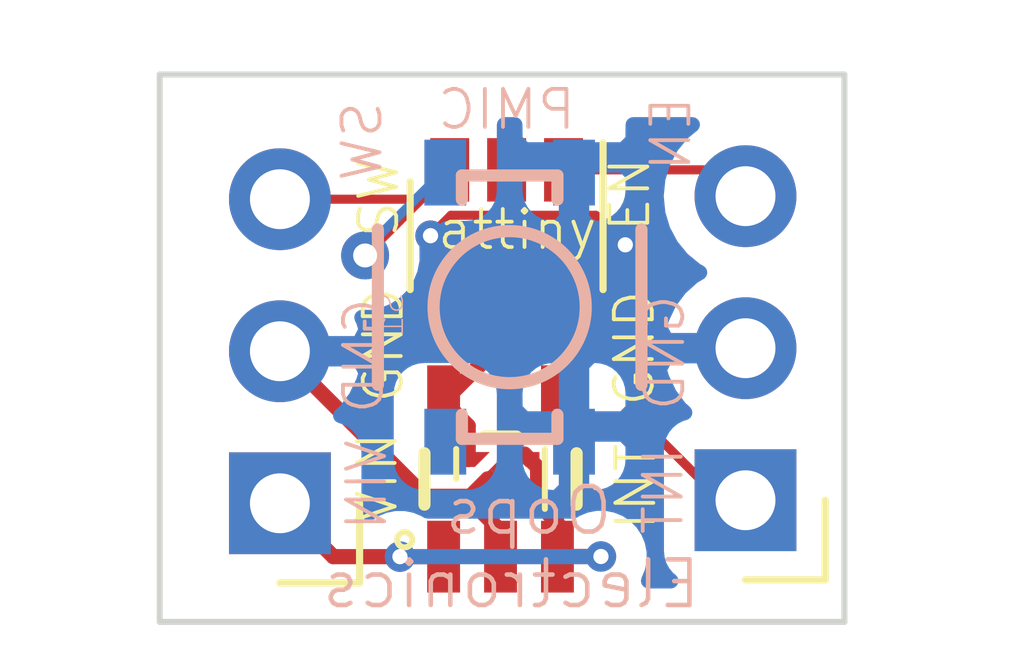
<source format=kicad_pcb>
(kicad_pcb (version 20171130) (host pcbnew "(5.1.4)-1")

  (general
    (thickness 1.6)
    (drawings 19)
    (tracks 51)
    (zones 0)
    (modules 6)
    (nets 7)
  )

  (page A4)
  (layers
    (0 Top signal)
    (31 Bottom signal)
    (32 B.Adhes user)
    (33 F.Adhes user)
    (34 B.Paste user)
    (35 F.Paste user)
    (36 B.SilkS user)
    (37 F.SilkS user)
    (38 B.Mask user)
    (39 F.Mask user)
    (40 Dwgs.User user)
    (41 Cmts.User user)
    (42 Eco1.User user)
    (43 Eco2.User user)
    (44 Edge.Cuts user)
    (45 Margin user)
    (46 B.CrtYd user)
    (47 F.CrtYd user)
    (48 B.Fab user)
    (49 F.Fab user)
  )

  (setup
    (last_trace_width 0.1524)
    (user_trace_width 0.1524)
    (user_trace_width 0.2032)
    (user_trace_width 0.254)
    (user_trace_width 0.3048)
    (user_trace_width 0.3556)
    (user_trace_width 0.4064)
    (user_trace_width 0.508)
    (user_trace_width 0.6096)
    (user_trace_width 0.762)
    (trace_clearance 0.1524)
    (zone_clearance 0.508)
    (zone_45_only no)
    (trace_min 0.1524)
    (via_size 0.8)
    (via_drill 0.4)
    (via_min_size 0.254)
    (via_min_drill 0.254)
    (user_via 0.508 0.254)
    (uvia_size 0.3)
    (uvia_drill 0.1)
    (uvias_allowed no)
    (uvia_min_size 0.2)
    (uvia_min_drill 0.1)
    (edge_width 0.1)
    (segment_width 0.2)
    (pcb_text_width 0.3)
    (pcb_text_size 1.5 1.5)
    (mod_edge_width 0.15)
    (mod_text_size 1 1)
    (mod_text_width 0.15)
    (pad_size 1.524 1.524)
    (pad_drill 0.762)
    (pad_to_mask_clearance 0.051)
    (solder_mask_min_width 0.25)
    (aux_axis_origin 0 0)
    (visible_elements 7FFFFFFF)
    (pcbplotparams
      (layerselection 0x010fc_ffffffff)
      (usegerberextensions false)
      (usegerberattributes false)
      (usegerberadvancedattributes false)
      (creategerberjobfile false)
      (excludeedgelayer true)
      (linewidth 0.100000)
      (plotframeref false)
      (viasonmask false)
      (mode 1)
      (useauxorigin false)
      (hpglpennumber 1)
      (hpglpenspeed 20)
      (hpglpendiameter 15.000000)
      (psnegative false)
      (psa4output false)
      (plotreference true)
      (plotvalue true)
      (plotinvisibletext false)
      (padsonsilk false)
      (subtractmaskfromsilk false)
      (outputformat 1)
      (mirror false)
      (drillshape 1)
      (scaleselection 1)
      (outputdirectory ""))
  )

  (net 0 "")
  (net 1 /SW)
  (net 2 /GND)
  (net 3 /VIN)
  (net 4 /LDO_EN)
  (net 5 /SW_INT)
  (net 6 /SW2v5)

  (net_class Default "This is the default net class."
    (clearance 0.1524)
    (trace_width 0.1524)
    (via_dia 0.8)
    (via_drill 0.4)
    (uvia_dia 0.3)
    (uvia_drill 0.1)
    (add_net /GND)
    (add_net /LDO_EN)
    (add_net /SW)
    (add_net /SW2v5)
    (add_net /SW_INT)
    (add_net /VIN)
  )

  (module JohnLibrary:john-SOT23-5 (layer Top) (tedit 5CA75596) (tstamp 5EBB1667)
    (at 135.9916 93.3704)
    (descr "SMALL OUTLINE TRANSISTOR")
    (tags "SMALL OUTLINE TRANSISTOR")
    (path /5EBB3068)
    (attr smd)
    (fp_text reference U3 (at 0.127 -2.3622) (layer F.SilkS) hide
      (effects (font (size 0.4064 0.4064) (thickness 0.0254)))
    )
    (fp_text value MIC5504-3.3 (at 0.2667 -0.0127) (layer F.SilkS) hide
      (effects (font (size 0.4064 0.4064) (thickness 0.0254)))
    )
    (fp_circle (center -1.6002 1.016) (end -1.6002 0.889) (layer F.SilkS) (width 0.1))
    (fp_line (start -1.39954 -0.79756) (end -1.39954 0.79756) (layer Dwgs.User) (width 0.1524))
    (fp_line (start 1.39954 -0.79756) (end 1.39954 0.79756) (layer Dwgs.User) (width 0.1524))
    (fp_line (start -0.2667 -0.70866) (end 0.2667 -0.70866) (layer F.SilkS) (width 0.2032))
    (fp_line (start -1.39954 -0.79756) (end 1.39954 -0.79756) (layer Dwgs.User) (width 0.1524))
    (fp_line (start -1.27 0.42926) (end -1.27 -0.42926) (layer F.SilkS) (width 0.2032))
    (fp_line (start 1.39954 0.79756) (end -1.39954 0.79756) (layer Dwgs.User) (width 0.1524))
    (fp_line (start 1.27 -0.42926) (end 1.27 0.42926) (layer F.SilkS) (width 0.2032))
    (fp_line (start -1.19888 -0.84836) (end -1.19888 -1.4986) (layer Dwgs.User) (width 0.06604))
    (fp_line (start -1.19888 -1.4986) (end -0.6985 -1.4986) (layer Dwgs.User) (width 0.06604))
    (fp_line (start -0.6985 -0.84836) (end -0.6985 -1.4986) (layer Dwgs.User) (width 0.06604))
    (fp_line (start -1.19888 -0.84836) (end -0.6985 -0.84836) (layer Dwgs.User) (width 0.06604))
    (fp_line (start 0.6985 -0.84836) (end 0.6985 -1.4986) (layer Dwgs.User) (width 0.06604))
    (fp_line (start 0.6985 -1.4986) (end 1.19888 -1.4986) (layer Dwgs.User) (width 0.06604))
    (fp_line (start 1.19888 -0.84836) (end 1.19888 -1.4986) (layer Dwgs.User) (width 0.06604))
    (fp_line (start 0.6985 -0.84836) (end 1.19888 -0.84836) (layer Dwgs.User) (width 0.06604))
    (fp_line (start 0.6985 1.4986) (end 0.6985 0.84836) (layer Dwgs.User) (width 0.06604))
    (fp_line (start 0.6985 0.84836) (end 1.19888 0.84836) (layer Dwgs.User) (width 0.06604))
    (fp_line (start 1.19888 1.4986) (end 1.19888 0.84836) (layer Dwgs.User) (width 0.06604))
    (fp_line (start 0.6985 1.4986) (end 1.19888 1.4986) (layer Dwgs.User) (width 0.06604))
    (fp_line (start -0.24892 1.4986) (end -0.24892 0.84836) (layer Dwgs.User) (width 0.06604))
    (fp_line (start -0.24892 0.84836) (end 0.24892 0.84836) (layer Dwgs.User) (width 0.06604))
    (fp_line (start 0.24892 1.4986) (end 0.24892 0.84836) (layer Dwgs.User) (width 0.06604))
    (fp_line (start -0.24892 1.4986) (end 0.24892 1.4986) (layer Dwgs.User) (width 0.06604))
    (fp_line (start -1.19888 1.4986) (end -1.19888 0.84836) (layer Dwgs.User) (width 0.06604))
    (fp_line (start -1.19888 0.84836) (end -0.6985 0.84836) (layer Dwgs.User) (width 0.06604))
    (fp_line (start -0.6985 1.4986) (end -0.6985 0.84836) (layer Dwgs.User) (width 0.06604))
    (fp_line (start -1.19888 1.4986) (end -0.6985 1.4986) (layer Dwgs.User) (width 0.06604))
    (pad 5 smd rect (at -0.94996 -1.29794) (size 0.54864 1.19888) (layers Top F.Paste F.Mask)
      (net 6 /SW2v5))
    (pad 4 smd rect (at 0.94996 -1.29794) (size 0.54864 1.19888) (layers Top F.Paste F.Mask))
    (pad 3 smd rect (at 0.94996 1.29794) (size 0.54864 1.19888) (layers Top F.Paste F.Mask)
      (net 3 /VIN))
    (pad 2 smd rect (at 0 1.29794) (size 0.54864 1.19888) (layers Top F.Paste F.Mask)
      (net 2 /GND))
    (pad 1 smd rect (at -0.94996 1.29794) (size 0.54864 1.19888) (layers Top F.Paste F.Mask)
      (net 3 /VIN))
    (model ${KISYS3DMOD}/Package_TO_SOT_SMD.3dshapes/SOT-23-5.step
      (at (xyz 0 0 0))
      (scale (xyz 1 1 1))
      (rotate (xyz 0 0 -90))
    )
  )

  (module Package_DFN_QFN:UDFN-4_1x1mm_P0.65mm (layer Top) (tedit 5A02F385) (tstamp 5EBB131C)
    (at 135.9916 93.3704)
    (descr UDFN-4_1x1mm_P0.65mm)
    (tags UDFN-4_1x1mm_P0.65mm)
    (path /5EBB1F73)
    (attr smd)
    (fp_text reference U1 (at 1.8034 -0.3048 90) (layer F.SilkS) hide
      (effects (font (size 1 1) (thickness 0.15)))
    )
    (fp_text value TCR3UM18ALF (at 0.47 2.34) (layer F.Fab)
      (effects (font (size 1 1) (thickness 0.15)))
    )
    (fp_text user %R (at 0.04 0.08) (layer F.Fab)
      (effects (font (size 0.25 0.25) (thickness 0.025)))
    )
    (fp_line (start 0.5 -0.5) (end 0.5 0.5) (layer F.Fab) (width 0.1))
    (fp_line (start -0.12 -0.5) (end 0.5 -0.5) (layer F.Fab) (width 0.1))
    (fp_line (start -0.5 0.5) (end -0.5 -0.12) (layer F.Fab) (width 0.1))
    (fp_line (start 0.5 0.5) (end -0.5 0.5) (layer F.Fab) (width 0.1))
    (fp_line (start -0.12 -0.5) (end -0.5 -0.12) (layer F.Fab) (width 0.1))
    (fp_line (start -1.5 1.5) (end -1.5 -1.5) (layer F.CrtYd) (width 0.05))
    (fp_line (start 1.5 1.5) (end -1.5 1.5) (layer F.CrtYd) (width 0.05))
    (fp_line (start 1.5 -1.5) (end 1.5 1.5) (layer F.CrtYd) (width 0.05))
    (fp_line (start -1.5 -1.5) (end 1.5 -1.5) (layer F.CrtYd) (width 0.05))
    (fp_line (start -0.74 -0.5) (end -0.74 0) (layer F.SilkS) (width 0.1))
    (fp_line (start 0.74 -0.5) (end 0.74 0.5) (layer F.SilkS) (width 0.1))
    (pad 2 smd rect (at -0.345 0.415 90) (size 0.07 0.19) (layers Top F.Paste F.Mask)
      (net 2 /GND))
    (pad 2 smd trapezoid (at -0.43 0.29 90) (size 0.18 0.18) (rect_delta 0.1799 0 ) (layers Top F.Paste F.Mask)
      (net 2 /GND))
    (pad 1 smd trapezoid (at -0.43 -0.3 180) (size 0.2 0.2) (rect_delta 0 0.19999 ) (layers Top F.Paste F.Mask)
      (net 6 /SW2v5))
    (pad 2 smd rect (at -0.54 0.325 270) (size 0.25 0.22) (layers Top F.Paste F.Mask)
      (net 2 /GND))
    (pad 5 smd rect (at 0 0.17 315) (size 0.24 0.24) (layers Top F.Paste F.Mask)
      (net 2 /GND))
    (pad 1 smd rect (at -0.54 -0.325 270) (size 0.25 0.22) (layers Top F.Paste F.Mask)
      (net 6 /SW2v5))
    (pad 4 smd rect (at 0.54 -0.325 270) (size 0.25 0.22) (layers Top F.Paste F.Mask)
      (net 3 /VIN))
    (pad 4 smd trapezoid (at 0.425 -0.29 270) (size 0.18 0.18) (rect_delta 0.1799 0 ) (layers Top F.Paste F.Mask)
      (net 3 /VIN))
    (pad 4 smd rect (at 0.34 -0.415 90) (size 0.07 0.19) (layers Top F.Paste F.Mask)
      (net 3 /VIN))
    (pad 3 smd rect (at 0.54 0.325 270) (size 0.25 0.22) (layers Top F.Paste F.Mask)
      (net 3 /VIN))
    (pad 3 smd trapezoid (at 0.43 0.29) (size 0.18 0.18) (rect_delta 0 0.17999 ) (layers Top F.Paste F.Mask)
      (net 3 /VIN))
    (pad 1 smd trapezoid (at -0.38 -0.35 180) (size 0.2 0.2) (rect_delta 0 0.19999 ) (layers Top F.Paste F.Mask)
      (net 6 /SW2v5))
    (pad 3 smd rect (at 0.345 0.415 90) (size 0.07 0.19) (layers Top F.Paste F.Mask)
      (net 3 /VIN))
    (pad 5 smd rect (at 0.17 0 315) (size 0.24 0.24) (layers Top F.Paste F.Mask)
      (net 2 /GND))
    (pad 5 smd rect (at -0.17 0 315) (size 0.24 0.24) (layers Top F.Paste F.Mask)
      (net 2 /GND))
    (pad 5 smd rect (at 0 -0.17 315) (size 0.24 0.24) (layers Top F.Paste F.Mask)
      (net 2 /GND))
    (model ${KISYS3DMOD}/Package_DFN_QFN.3dshapes/UDFN-4_1x1mm_P0.65mm.wrl
      (at (xyz 0 0 0))
      (scale (xyz 1 1 1))
      (rotate (xyz 0 0 0))
    )
  )

  (module JohnLibrary:john-TACTILE_SWITCH_SMD-4 (layer Bottom) (tedit 5EA2F5AB) (tstamp 5EBB0E55)
    (at 136.144 90.5002 270)
    (path /5EBAD348)
    (attr smd)
    (fp_text reference S1 (at 0.127 1.9812 270) (layer B.SilkS)
      (effects (font (size 0.4064 0.4064) (thickness 0.0254)) (justify mirror))
    )
    (fp_text value PTS810 (at 0.3302 -1.8288 270) (layer B.SilkS) hide
      (effects (font (size 0.4064 0.4064) (thickness 0.0254)) (justify mirror))
    )
    (fp_circle (center 0 0) (end 0 1.27) (layer B.SilkS) (width 0.2032))
    (fp_line (start -1.79832 -0.79756) (end -2.19964 -0.79756) (layer B.SilkS) (width 0.2032))
    (fp_line (start -1.79832 0.79756) (end -2.19964 0.79756) (layer B.SilkS) (width 0.2032))
    (fp_line (start 2.19964 -0.79756) (end 1.79832 -0.79756) (layer B.SilkS) (width 0.2032))
    (fp_line (start 2.19964 0.79756) (end 1.79832 0.79756) (layer B.SilkS) (width 0.2032))
    (fp_line (start -1.29794 -2.19964) (end 1.29794 -2.19964) (layer B.SilkS) (width 0.2032))
    (fp_line (start 2.19964 -0.79756) (end 2.19964 0.79756) (layer B.SilkS) (width 0.2032))
    (fp_line (start 1.29794 2.19964) (end -1.29794 2.19964) (layer B.SilkS) (width 0.2032))
    (fp_line (start -2.19964 0.79756) (end -2.19964 -0.79756) (layer B.SilkS) (width 0.2032))
    (fp_line (start -2.2479 -2.2479) (end -2.2479 2.2479) (layer Dwgs.User) (width 0.127))
    (fp_line (start 2.2479 -2.2479) (end -2.2479 -2.2479) (layer Dwgs.User) (width 0.127))
    (fp_line (start 2.2479 2.2479) (end 2.2479 -2.2479) (layer Dwgs.User) (width 0.127))
    (fp_line (start -2.2479 2.2479) (end 2.2479 2.2479) (layer Dwgs.User) (width 0.127))
    (fp_line (start 1.905 -0.2286) (end 1.905 -1.11252) (layer Dwgs.User) (width 0.127))
    (fp_line (start 1.905 0.4445) (end 2.159 -0.00762) (layer Dwgs.User) (width 0.127))
    (fp_line (start 1.905 1.27) (end 1.905 0.4445) (layer Dwgs.User) (width 0.127))
    (pad B2 smd rect (at 2.2479 -1.07442 270) (size 1.09982 0.6985) (layers Bottom B.Paste B.Mask)
      (net 2 /GND))
    (pad B1 smd rect (at -2.2479 -1.07442 270) (size 1.09982 0.6985) (layers Bottom B.Paste B.Mask)
      (net 2 /GND))
    (pad A2 smd rect (at 2.2479 1.07442 270) (size 1.09982 0.6985) (layers Bottom B.Paste B.Mask)
      (net 1 /SW))
    (pad A1 smd rect (at -2.2479 1.07442 270) (size 1.09982 0.6985) (layers Bottom B.Paste B.Mask)
      (net 1 /SW))
    (model ${PERSONAL3DMOD}/2pts810.step
      (at (xyz 0 0 0))
      (scale (xyz 1 1 1))
      (rotate (xyz 0 0 0))
    )
  )

  (module Package_TO_SOT_SMD:SOT-23-6 (layer Top) (tedit 5A02FF57) (tstamp 5E8A575E)
    (at 136.0932 89.3064 270)
    (descr "6-pin SOT-23 package")
    (tags SOT-23-6)
    (path /5E8F1EF9)
    (attr smd)
    (fp_text reference U2 (at 0 -2.9 90) (layer F.SilkS) hide
      (effects (font (size 1 1) (thickness 0.15)))
    )
    (fp_text value ATtiny10-TS (at 0 2.9 135) (layer F.Fab)
      (effects (font (size 1 1) (thickness 0.15)))
    )
    (fp_text user %R (at 0 0) (layer F.Fab)
      (effects (font (size 0.5 0.5) (thickness 0.075)))
    )
    (fp_line (start -0.9 1.61) (end 0.9 1.61) (layer F.SilkS) (width 0.12))
    (fp_line (start 0.9 -1.61) (end -1.55 -1.61) (layer F.SilkS) (width 0.12))
    (fp_line (start 1.9 -1.8) (end -1.9 -1.8) (layer F.CrtYd) (width 0.05))
    (fp_line (start 1.9 1.8) (end 1.9 -1.8) (layer F.CrtYd) (width 0.05))
    (fp_line (start -1.9 1.8) (end 1.9 1.8) (layer F.CrtYd) (width 0.05))
    (fp_line (start -1.9 -1.8) (end -1.9 1.8) (layer F.CrtYd) (width 0.05))
    (fp_line (start -0.9 -0.9) (end -0.25 -1.55) (layer F.Fab) (width 0.1))
    (fp_line (start 0.9 -1.55) (end -0.25 -1.55) (layer F.Fab) (width 0.1))
    (fp_line (start -0.9 -0.9) (end -0.9 1.55) (layer F.Fab) (width 0.1))
    (fp_line (start 0.9 1.55) (end -0.9 1.55) (layer F.Fab) (width 0.1))
    (fp_line (start 0.9 -1.55) (end 0.9 1.55) (layer F.Fab) (width 0.1))
    (pad 1 smd rect (at -1.1 -0.95 270) (size 1.06 0.65) (layers Top F.Paste F.Mask)
      (net 4 /LDO_EN))
    (pad 2 smd rect (at -1.1 0 270) (size 1.06 0.65) (layers Top F.Paste F.Mask)
      (net 2 /GND))
    (pad 3 smd rect (at -1.1 0.95 270) (size 1.06 0.65) (layers Top F.Paste F.Mask)
      (net 1 /SW))
    (pad 4 smd rect (at 1.1 0.95 270) (size 1.06 0.65) (layers Top F.Paste F.Mask)
      (net 5 /SW_INT))
    (pad 6 smd rect (at 1.1 -0.95 270) (size 1.06 0.65) (layers Top F.Paste F.Mask))
    (pad 5 smd rect (at 1.1 0 270) (size 1.06 0.65) (layers Top F.Paste F.Mask)
      (net 6 /SW2v5))
    (model ${KISYS3DMOD}/Package_TO_SOT_SMD.3dshapes/SOT-23-6.wrl
      (at (xyz 0 0 0))
      (scale (xyz 1 1 1))
      (rotate (xyz 0 0 0))
    )
  )

  (module Connector_PinHeader_2.54mm:PinHeader_1x03_P2.54mm_Vertical (layer Top) (tedit 5E89F409) (tstamp 5E8A5FB5)
    (at 140.081 93.726 180)
    (descr "Through hole straight pin header, 1x03, 2.54mm pitch, single row")
    (tags "Through hole pin header THT 1x03 2.54mm single row")
    (path /5E8F441F)
    (fp_text reference J2 (at 0 -2.33) (layer F.SilkS) hide
      (effects (font (size 1 1) (thickness 0.15)))
    )
    (fp_text value Conn_01x03 (at 0 7.41) (layer F.Fab)
      (effects (font (size 1 1) (thickness 0.15)))
    )
    (fp_text user %R (at 0 2.54 90) (layer F.Fab)
      (effects (font (size 1 1) (thickness 0.15)))
    )
    (fp_line (start 1.8 -1.8) (end -1.8 -1.8) (layer F.CrtYd) (width 0.05))
    (fp_line (start 1.8 6.85) (end 1.8 -1.8) (layer F.CrtYd) (width 0.05))
    (fp_line (start -1.8 6.85) (end 1.8 6.85) (layer F.CrtYd) (width 0.05))
    (fp_line (start -1.8 -1.8) (end -1.8 6.85) (layer F.CrtYd) (width 0.05))
    (fp_line (start -1.33 -1.33) (end 0 -1.33) (layer F.SilkS) (width 0.12))
    (fp_line (start -1.33 0) (end -1.33 -1.33) (layer F.SilkS) (width 0.12))
    (fp_line (start -1.27 -0.635) (end -0.635 -1.27) (layer F.Fab) (width 0.1))
    (fp_line (start -1.27 6.35) (end -1.27 -0.635) (layer F.Fab) (width 0.1))
    (fp_line (start 1.27 6.35) (end -1.27 6.35) (layer F.Fab) (width 0.1))
    (fp_line (start 1.27 -1.27) (end 1.27 6.35) (layer F.Fab) (width 0.1))
    (fp_line (start -0.635 -1.27) (end 1.27 -1.27) (layer F.Fab) (width 0.1))
    (pad 3 thru_hole oval (at 0 5.08 180) (size 1.7 1.7) (drill 1) (layers *.Cu *.Mask)
      (net 4 /LDO_EN))
    (pad 2 thru_hole oval (at 0 2.54 180) (size 1.7 1.7) (drill 1) (layers *.Cu *.Mask)
      (net 2 /GND))
    (pad 1 thru_hole rect (at 0 0 180) (size 1.7 1.7) (drill 1) (layers *.Cu *.Mask)
      (net 5 /SW_INT))
    (model ${KISYS3DMOD}/Connector_PinHeader_2.54mm.3dshapes/PinHeader_1x03_P2.54mm_Vertical.wrl
      (offset (xyz 0 0 -0.6096))
      (scale (xyz 1 1 1))
      (rotate (xyz 0 0 0))
    )
  )

  (module Connector_PinHeader_2.54mm:PinHeader_1x03_P2.54mm_Vertical (layer Top) (tedit 5E89F3F1) (tstamp 5E8A6375)
    (at 132.3086 93.7768 180)
    (descr "Through hole straight pin header, 1x03, 2.54mm pitch, single row")
    (tags "Through hole pin header THT 1x03 2.54mm single row")
    (path /5E8F3CC0)
    (fp_text reference J1 (at 0 -2.33) (layer F.SilkS) hide
      (effects (font (size 1 1) (thickness 0.15)))
    )
    (fp_text value Conn_01x03 (at 0 7.41) (layer F.Fab)
      (effects (font (size 1 1) (thickness 0.15)))
    )
    (fp_text user %R (at 0.2032 2.4384 180) (layer F.Fab)
      (effects (font (size 1 1) (thickness 0.15)))
    )
    (fp_line (start 1.8 -1.8) (end -1.8 -1.8) (layer F.CrtYd) (width 0.05))
    (fp_line (start 1.8 6.85) (end 1.8 -1.8) (layer F.CrtYd) (width 0.05))
    (fp_line (start -1.8 6.85) (end 1.8 6.85) (layer F.CrtYd) (width 0.05))
    (fp_line (start -1.8 -1.8) (end -1.8 6.85) (layer F.CrtYd) (width 0.05))
    (fp_line (start -1.33 -1.33) (end 0 -1.33) (layer F.SilkS) (width 0.12))
    (fp_line (start -1.33 0) (end -1.33 -1.33) (layer F.SilkS) (width 0.12))
    (fp_line (start -1.27 -0.635) (end -0.635 -1.27) (layer F.Fab) (width 0.1))
    (fp_line (start 1.27 6.35) (end -1.27 6.35) (layer F.Fab) (width 0.1))
    (fp_line (start 1.27 -1.27) (end 1.27 6.35) (layer F.Fab) (width 0.1))
    (fp_line (start -0.635 -1.27) (end 1.27 -1.27) (layer F.Fab) (width 0.1))
    (pad 3 thru_hole oval (at 0 5.08 180) (size 1.7 1.7) (drill 1) (layers *.Cu *.Mask)
      (net 1 /SW))
    (pad 2 thru_hole oval (at 0 2.54 180) (size 1.7 1.7) (drill 1) (layers *.Cu *.Mask)
      (net 2 /GND))
    (pad 1 thru_hole rect (at 0 0 180) (size 1.7 1.7) (drill 1) (layers *.Cu *.Mask)
      (net 3 /VIN))
    (model ${KISYS3DMOD}/Connector_PinHeader_2.54mm.3dshapes/PinHeader_1x03_P2.54mm_Vertical.wrl
      (offset (xyz 0 0 -0.6096))
      (scale (xyz 1 1 1))
      (rotate (xyz 0 0 0))
    )
  )

  (gr_text PMIC (at 136.0932 87.1982) (layer B.SilkS)
    (effects (font (size 0.635 0.635) (thickness 0.0635)) (justify mirror))
  )
  (gr_text "Oops \nElectronics" (at 136.1694 94.5134) (layer B.SilkS)
    (effects (font (size 0.762 0.762) (thickness 0.0762)) (justify mirror))
  )
  (gr_text attiny (at 136.271 89.2048) (layer F.SilkS)
    (effects (font (size 0.635 0.635) (thickness 0.0635)))
  )
  (gr_text EN (at 138.8364 87.6046 90) (layer B.SilkS) (tstamp 5EBB0FE9)
    (effects (font (size 0.635 0.635) (thickness 0.0635)) (justify mirror))
  )
  (gr_text GND (at 138.7348 91.2622 90) (layer B.SilkS) (tstamp 5EBB0F9C)
    (effects (font (size 0.635 0.635) (thickness 0.0635)) (justify mirror))
  )
  (gr_text INT (at 138.7094 93.5736 90) (layer B.SilkS) (tstamp 5EBB0F98)
    (effects (font (size 0.635 0.635) (thickness 0.0635)) (justify mirror))
  )
  (gr_text VIN (at 133.7564 93.472 90) (layer B.SilkS) (tstamp 5EBB0F94)
    (effects (font (size 0.635 0.635) (thickness 0.0635)) (justify mirror))
  )
  (gr_text GND (at 133.7056 91.313 90) (layer B.SilkS) (tstamp 5EBB0F90)
    (effects (font (size 0.635 0.635) (thickness 0.0635)) (justify mirror))
  )
  (gr_text SW (at 133.6802 87.7316 90) (layer B.SilkS) (tstamp 5EBB0F5D)
    (effects (font (size 0.635 0.635) (thickness 0.0635)) (justify mirror))
  )
  (gr_line (start 130.302 95.758) (end 130.302 86.614) (layer Edge.Cuts) (width 0.1))
  (gr_line (start 141.732 95.758) (end 130.302 95.758) (layer Edge.Cuts) (width 0.1))
  (gr_line (start 141.732 86.614) (end 141.732 95.758) (layer Edge.Cuts) (width 0.1))
  (gr_line (start 130.302 86.614) (end 141.732 86.614) (layer Edge.Cuts) (width 0.1))
  (gr_text EN (at 138.1506 88.6206 90) (layer F.SilkS) (tstamp 5E8A583D)
    (effects (font (size 0.635 0.635) (thickness 0.0635)))
  )
  (gr_text INT (at 138.2522 93.4974 90) (layer F.SilkS) (tstamp 5E8A5821)
    (effects (font (size 0.635 0.635) (thickness 0.0635)))
  )
  (gr_text GND (at 138.2268 91.186 90) (layer F.SilkS) (tstamp 5E8A581A)
    (effects (font (size 0.635 0.635) (thickness 0.0635)))
  )
  (gr_text SW (at 133.9596 88.6714 90) (layer F.SilkS) (tstamp 5E8A553F)
    (effects (font (size 0.635 0.635) (thickness 0.0635)))
  )
  (gr_text GND (at 134.0358 91.1352 90) (layer F.SilkS) (tstamp 5E8A5537)
    (effects (font (size 0.635 0.635) (thickness 0.0635)))
  )
  (gr_text VIN (at 133.9342 93.345 90) (layer F.SilkS)
    (effects (font (size 0.635 0.635) (thickness 0.0635)))
  )

  (segment (start 134.6528 88.6968) (end 135.1432 88.2064) (width 0.1524) (layer Top) (net 1))
  (segment (start 132.3086 88.6968) (end 134.6528 88.6968) (width 0.1524) (layer Top) (net 1))
  (via (at 133.731 89.6366) (size 0.8) (drill 0.4) (layers Top Bottom) (net 1))
  (segment (start 133.731 89.53754) (end 133.731 89.6366) (width 0.1524) (layer Bottom) (net 1))
  (segment (start 135.06958 87.9983) (end 135.06958 88.19896) (width 0.1524) (layer Bottom) (net 1))
  (segment (start 135.06958 88.19896) (end 133.731 89.53754) (width 0.1524) (layer Bottom) (net 1))
  (segment (start 135.1432 88.2244) (end 135.1432 88.2064) (width 0.1524) (layer Top) (net 1))
  (segment (start 133.731 89.6366) (end 135.1432 88.2244) (width 0.1524) (layer Top) (net 1))
  (via (at 134.8232 89.3064) (size 0.508) (drill 0.254) (layers Top Bottom) (net 2))
  (segment (start 135.164599 88.965001) (end 134.8232 89.3064) (width 0.1524) (layer Top) (net 2))
  (segment (start 136.016999 88.965001) (end 135.164599 88.965001) (width 0.1524) (layer Top) (net 2))
  (segment (start 136.0932 88.2064) (end 136.0932 88.8888) (width 0.1524) (layer Top) (net 2))
  (segment (start 136.0932 88.8888) (end 136.016999 88.965001) (width 0.1524) (layer Top) (net 2))
  (via (at 138.0744 89.4588) (size 0.508) (drill 0.254) (layers Top Bottom) (net 2))
  (segment (start 137.580601 88.965001) (end 138.0744 89.4588) (width 0.1524) (layer Top) (net 2))
  (segment (start 136.0932 88.8888) (end 136.169401 88.965001) (width 0.1524) (layer Top) (net 2))
  (segment (start 136.169401 88.965001) (end 137.580601 88.965001) (width 0.1524) (layer Top) (net 2))
  (segment (start 135.9916 94.2354) (end 135.4516 93.6954) (width 0.254) (layer Top) (net 2))
  (segment (start 135.9916 94.66834) (end 135.9916 94.2354) (width 0.254) (layer Top) (net 2))
  (segment (start 135.7766 93.3704) (end 135.4516 93.6954) (width 0.254) (layer Top) (net 2))
  (segment (start 135.8216 93.3704) (end 135.7766 93.3704) (width 0.254) (layer Top) (net 2))
  (segment (start 134.7322 93.6604) (end 132.3086 91.2368) (width 0.254) (layer Top) (net 2))
  (segment (start 135.5616 93.6604) (end 134.7322 93.6604) (width 0.254) (layer Top) (net 2))
  (segment (start 133.20014 94.66834) (end 132.3086 93.7768) (width 0.254) (layer Top) (net 3))
  (via (at 134.31266 94.66834) (size 0.508) (drill 0.254) (layers Top Bottom) (net 3))
  (segment (start 134.31266 94.66834) (end 133.20014 94.66834) (width 0.254) (layer Top) (net 3))
  (segment (start 135.04164 94.66834) (end 134.31266 94.66834) (width 0.254) (layer Top) (net 3))
  (via (at 137.668 94.6658) (size 0.508) (drill 0.254) (layers Top Bottom) (net 3))
  (segment (start 134.31266 94.66834) (end 137.66546 94.66834) (width 0.254) (layer Bottom) (net 3))
  (segment (start 137.66546 94.66834) (end 137.668 94.6658) (width 0.254) (layer Bottom) (net 3))
  (segment (start 136.9441 94.6658) (end 136.94156 94.66834) (width 0.254) (layer Top) (net 3))
  (segment (start 137.668 94.6658) (end 136.9441 94.6658) (width 0.254) (layer Top) (net 3))
  (segment (start 136.610716 93.486138) (end 136.429027 93.667827) (width 0.254) (layer Top) (net 3))
  (segment (start 136.610716 93.174516) (end 136.610716 93.486138) (width 0.254) (layer Top) (net 3))
  (segment (start 136.3316 92.9554) (end 136.3916 92.9554) (width 0.254) (layer Top) (net 3))
  (segment (start 136.3916 92.9554) (end 136.610716 93.174516) (width 0.254) (layer Top) (net 3))
  (segment (start 136.94156 94.10536) (end 136.5316 93.6954) (width 0.254) (layer Top) (net 3))
  (segment (start 136.94156 94.66834) (end 136.94156 94.10536) (width 0.254) (layer Top) (net 3))
  (segment (start 139.6414 88.2064) (end 140.081 88.646) (width 0.1524) (layer Top) (net 4))
  (segment (start 137.0432 88.2064) (end 139.6414 88.2064) (width 0.1524) (layer Top) (net 4))
  (segment (start 135.1432 89.724) (end 135.4592 89.408) (width 0.1524) (layer Top) (net 5))
  (segment (start 135.1432 90.4064) (end 135.1432 89.724) (width 0.1524) (layer Top) (net 5))
  (segment (start 135.4592 89.408) (end 137.311282 89.408) (width 0.1524) (layer Top) (net 5))
  (segment (start 137.311282 89.408) (end 138.3284 90.425118) (width 0.1524) (layer Top) (net 5))
  (segment (start 138.3284 90.425118) (end 138.3284 92.3798) (width 0.1524) (layer Top) (net 5))
  (segment (start 139.6746 93.726) (end 140.081 93.726) (width 0.1524) (layer Top) (net 5))
  (segment (start 138.3284 92.3798) (end 139.6746 93.726) (width 0.1524) (layer Top) (net 5))
  (segment (start 135.4516 92.48242) (end 135.04164 92.07246) (width 0.254) (layer Top) (net 6))
  (segment (start 135.4516 93.0454) (end 135.4516 92.48242) (width 0.254) (layer Top) (net 6))
  (segment (start 136.0932 91.0209) (end 136.0932 90.4064) (width 0.254) (layer Top) (net 6))
  (segment (start 135.04164 92.07246) (end 136.0932 91.0209) (width 0.254) (layer Top) (net 6))

  (zone (net 2) (net_name /GND) (layer Bottom) (tstamp 0) (hatch edge 0.508)
    (connect_pads (clearance 0.508))
    (min_thickness 0.254)
    (fill yes (arc_segments 32) (thermal_gap 0.508) (thermal_bridge_width 0.508))
    (polygon
      (pts
        (xy 130.8862 87.3252) (xy 141.3256 87.3252) (xy 141.3256 95.2754) (xy 130.9116 95.2754)
      )
    )
    (filled_polygon
      (pts
        (xy 136.23417 87.71255) (xy 136.39292 87.8713) (xy 137.09142 87.8713) (xy 137.09142 87.8513) (xy 137.34542 87.8513)
        (xy 137.34542 87.8713) (xy 138.04392 87.8713) (xy 138.20267 87.71255) (xy 138.205698 87.4522) (xy 139.194831 87.4522)
        (xy 139.025866 87.590866) (xy 138.840294 87.816986) (xy 138.702401 88.074966) (xy 138.617487 88.354889) (xy 138.588815 88.646)
        (xy 138.617487 88.937111) (xy 138.702401 89.217034) (xy 138.840294 89.475014) (xy 139.025866 89.701134) (xy 139.251986 89.886706)
        (xy 139.316523 89.921201) (xy 139.199645 89.990822) (xy 138.983412 90.185731) (xy 138.809359 90.41908) (xy 138.684175 90.681901)
        (xy 138.639524 90.82911) (xy 138.760845 91.059) (xy 139.954 91.059) (xy 139.954 91.039) (xy 140.208 91.039)
        (xy 140.208 91.059) (xy 140.228 91.059) (xy 140.228 91.313) (xy 140.208 91.313) (xy 140.208 91.333)
        (xy 139.954 91.333) (xy 139.954 91.313) (xy 138.760845 91.313) (xy 138.639524 91.54289) (xy 138.684175 91.690099)
        (xy 138.809359 91.95292) (xy 138.983412 92.186269) (xy 139.067466 92.262034) (xy 138.98682 92.286498) (xy 138.876506 92.345463)
        (xy 138.779815 92.424815) (xy 138.700463 92.521506) (xy 138.641498 92.63182) (xy 138.605188 92.751518) (xy 138.592928 92.876)
        (xy 138.592928 94.576) (xy 138.605188 94.700482) (xy 138.641498 94.82018) (xy 138.700463 94.930494) (xy 138.779815 95.027185)
        (xy 138.835641 95.073) (xy 138.461578 95.073) (xy 138.522836 94.925112) (xy 138.557 94.753359) (xy 138.557 94.578241)
        (xy 138.522836 94.406488) (xy 138.455821 94.244701) (xy 138.358531 94.099096) (xy 138.234704 93.975269) (xy 138.089099 93.877979)
        (xy 137.927312 93.810964) (xy 137.755559 93.7768) (xy 137.580441 93.7768) (xy 137.408688 93.810964) (xy 137.246901 93.877979)
        (xy 137.204456 93.90634) (xy 134.772403 93.90634) (xy 134.733759 93.880519) (xy 134.571972 93.813504) (xy 134.400219 93.77934)
        (xy 134.225101 93.77934) (xy 134.053348 93.813504) (xy 133.891561 93.880519) (xy 133.796672 93.943922) (xy 133.796672 92.9268)
        (xy 133.784412 92.802318) (xy 133.748102 92.68262) (xy 133.689137 92.572306) (xy 133.609785 92.475615) (xy 133.513094 92.396263)
        (xy 133.40278 92.337298) (xy 133.322134 92.312834) (xy 133.406188 92.237069) (xy 133.580241 92.00372) (xy 133.608595 91.94419)
        (xy 134.082258 91.94419) (xy 134.082258 93.04401) (xy 134.094518 93.168492) (xy 134.130828 93.28819) (xy 134.189793 93.398504)
        (xy 134.269145 93.495195) (xy 134.365836 93.574547) (xy 134.47615 93.633512) (xy 134.595848 93.669822) (xy 134.72033 93.682082)
        (xy 135.41883 93.682082) (xy 135.543312 93.669822) (xy 135.66301 93.633512) (xy 135.773324 93.574547) (xy 135.870015 93.495195)
        (xy 135.949367 93.398504) (xy 136.008332 93.28819) (xy 136.044642 93.168492) (xy 136.056902 93.04401) (xy 136.231098 93.04401)
        (xy 136.243358 93.168492) (xy 136.279668 93.28819) (xy 136.338633 93.398504) (xy 136.417985 93.495195) (xy 136.514676 93.574547)
        (xy 136.62499 93.633512) (xy 136.744688 93.669822) (xy 136.86917 93.682082) (xy 136.93267 93.67901) (xy 137.09142 93.52026)
        (xy 137.09142 92.6211) (xy 137.34542 92.6211) (xy 137.34542 93.52026) (xy 137.50417 93.67901) (xy 137.56767 93.682082)
        (xy 137.692152 93.669822) (xy 137.81185 93.633512) (xy 137.922164 93.574547) (xy 138.018855 93.495195) (xy 138.098207 93.398504)
        (xy 138.157172 93.28819) (xy 138.193482 93.168492) (xy 138.205742 93.04401) (xy 138.20267 92.77985) (xy 138.04392 92.6211)
        (xy 137.34542 92.6211) (xy 137.09142 92.6211) (xy 136.39292 92.6211) (xy 136.23417 92.77985) (xy 136.231098 93.04401)
        (xy 136.056902 93.04401) (xy 136.056902 91.94419) (xy 136.231098 91.94419) (xy 136.23417 92.20835) (xy 136.39292 92.3671)
        (xy 137.09142 92.3671) (xy 137.09142 91.46794) (xy 137.34542 91.46794) (xy 137.34542 92.3671) (xy 138.04392 92.3671)
        (xy 138.20267 92.20835) (xy 138.205742 91.94419) (xy 138.193482 91.819708) (xy 138.157172 91.70001) (xy 138.098207 91.589696)
        (xy 138.018855 91.493005) (xy 137.922164 91.413653) (xy 137.81185 91.354688) (xy 137.692152 91.318378) (xy 137.56767 91.306118)
        (xy 137.50417 91.30919) (xy 137.34542 91.46794) (xy 137.09142 91.46794) (xy 136.93267 91.30919) (xy 136.86917 91.306118)
        (xy 136.744688 91.318378) (xy 136.62499 91.354688) (xy 136.514676 91.413653) (xy 136.417985 91.493005) (xy 136.338633 91.589696)
        (xy 136.279668 91.70001) (xy 136.243358 91.819708) (xy 136.231098 91.94419) (xy 136.056902 91.94419) (xy 136.044642 91.819708)
        (xy 136.008332 91.70001) (xy 135.949367 91.589696) (xy 135.870015 91.493005) (xy 135.773324 91.413653) (xy 135.66301 91.354688)
        (xy 135.543312 91.318378) (xy 135.41883 91.306118) (xy 134.72033 91.306118) (xy 134.595848 91.318378) (xy 134.47615 91.354688)
        (xy 134.365836 91.413653) (xy 134.269145 91.493005) (xy 134.189793 91.589696) (xy 134.130828 91.70001) (xy 134.094518 91.819708)
        (xy 134.082258 91.94419) (xy 133.608595 91.94419) (xy 133.705425 91.740899) (xy 133.750076 91.59369) (xy 133.628755 91.3638)
        (xy 132.4356 91.3638) (xy 132.4356 91.3838) (xy 132.1816 91.3838) (xy 132.1816 91.3638) (xy 132.1616 91.3638)
        (xy 132.1616 91.1098) (xy 132.1816 91.1098) (xy 132.1816 91.0898) (xy 132.4356 91.0898) (xy 132.4356 91.1098)
        (xy 133.628755 91.1098) (xy 133.750076 90.87991) (xy 133.705425 90.732701) (xy 133.676322 90.6716) (xy 133.832939 90.6716)
        (xy 134.032898 90.631826) (xy 134.221256 90.553805) (xy 134.390774 90.440537) (xy 134.534937 90.296374) (xy 134.648205 90.126856)
        (xy 134.726226 89.938498) (xy 134.766 89.738539) (xy 134.766 89.534661) (xy 134.761631 89.512696) (xy 135.088046 89.186282)
        (xy 135.41883 89.186282) (xy 135.543312 89.174022) (xy 135.66301 89.137712) (xy 135.773324 89.078747) (xy 135.870015 88.999395)
        (xy 135.949367 88.902704) (xy 136.008332 88.79239) (xy 136.044642 88.672692) (xy 136.056902 88.54821) (xy 136.231098 88.54821)
        (xy 136.243358 88.672692) (xy 136.279668 88.79239) (xy 136.338633 88.902704) (xy 136.417985 88.999395) (xy 136.514676 89.078747)
        (xy 136.62499 89.137712) (xy 136.744688 89.174022) (xy 136.86917 89.186282) (xy 136.93267 89.18321) (xy 137.09142 89.02446)
        (xy 137.09142 88.1253) (xy 137.34542 88.1253) (xy 137.34542 89.02446) (xy 137.50417 89.18321) (xy 137.56767 89.186282)
        (xy 137.692152 89.174022) (xy 137.81185 89.137712) (xy 137.922164 89.078747) (xy 138.018855 88.999395) (xy 138.098207 88.902704)
        (xy 138.157172 88.79239) (xy 138.193482 88.672692) (xy 138.205742 88.54821) (xy 138.20267 88.28405) (xy 138.04392 88.1253)
        (xy 137.34542 88.1253) (xy 137.09142 88.1253) (xy 136.39292 88.1253) (xy 136.23417 88.28405) (xy 136.231098 88.54821)
        (xy 136.056902 88.54821) (xy 136.056902 87.4522) (xy 136.231142 87.4522)
      )
    )
  )
)

</source>
